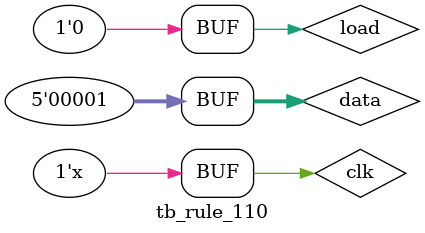
<source format=v>
`timescale 1ns / 1ps

module tb_rule_110();

localparam CYCLE = 2;
localparam LEN = 5;
reg clk, load;
reg [LEN-1:0] data;
wire [LEN-1:0] q;

always #(CYCLE/2) clk = ~clk;

initial begin
    clk = 0;
    load = 0;
    data = 512'h1;
    #(2 * CYCLE) load = 1;
    #(CYCLE) load = 0;
end

rule_110 #(.LEN(LEN)) uut(
    .clk(clk),
    .load(load),
    .data(data),
    .q(q)
    ); 

endmodule

</source>
